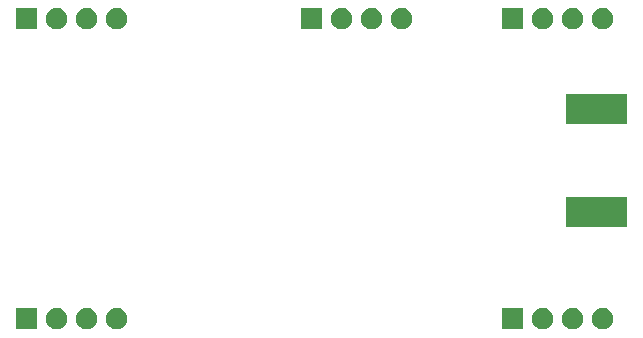
<source format=gbr>
G04 #@! TF.GenerationSoftware,KiCad,Pcbnew,5.1.5+dfsg1-2build2*
G04 #@! TF.CreationDate,2021-08-06T08:48:34-05:00*
G04 #@! TF.ProjectId,gpsdo,67707364-6f2e-46b6-9963-61645f706362,rev?*
G04 #@! TF.SameCoordinates,Original*
G04 #@! TF.FileFunction,Soldermask,Bot*
G04 #@! TF.FilePolarity,Negative*
%FSLAX46Y46*%
G04 Gerber Fmt 4.6, Leading zero omitted, Abs format (unit mm)*
G04 Created by KiCad (PCBNEW 5.1.5+dfsg1-2build2) date 2021-08-06 08:48:34*
%MOMM*%
%LPD*%
G04 APERTURE LIST*
%ADD10C,0.100000*%
G04 APERTURE END LIST*
D10*
G36*
X96633512Y-52443927D02*
G01*
X96782812Y-52473624D01*
X96946784Y-52541544D01*
X97094354Y-52640147D01*
X97219853Y-52765646D01*
X97318456Y-52913216D01*
X97386376Y-53077188D01*
X97421000Y-53251259D01*
X97421000Y-53428741D01*
X97386376Y-53602812D01*
X97318456Y-53766784D01*
X97219853Y-53914354D01*
X97094354Y-54039853D01*
X96946784Y-54138456D01*
X96782812Y-54206376D01*
X96633512Y-54236073D01*
X96608742Y-54241000D01*
X96431258Y-54241000D01*
X96406488Y-54236073D01*
X96257188Y-54206376D01*
X96093216Y-54138456D01*
X95945646Y-54039853D01*
X95820147Y-53914354D01*
X95721544Y-53766784D01*
X95653624Y-53602812D01*
X95619000Y-53428741D01*
X95619000Y-53251259D01*
X95653624Y-53077188D01*
X95721544Y-52913216D01*
X95820147Y-52765646D01*
X95945646Y-52640147D01*
X96093216Y-52541544D01*
X96257188Y-52473624D01*
X96406488Y-52443927D01*
X96431258Y-52439000D01*
X96608742Y-52439000D01*
X96633512Y-52443927D01*
G37*
G36*
X94093512Y-52443927D02*
G01*
X94242812Y-52473624D01*
X94406784Y-52541544D01*
X94554354Y-52640147D01*
X94679853Y-52765646D01*
X94778456Y-52913216D01*
X94846376Y-53077188D01*
X94881000Y-53251259D01*
X94881000Y-53428741D01*
X94846376Y-53602812D01*
X94778456Y-53766784D01*
X94679853Y-53914354D01*
X94554354Y-54039853D01*
X94406784Y-54138456D01*
X94242812Y-54206376D01*
X94093512Y-54236073D01*
X94068742Y-54241000D01*
X93891258Y-54241000D01*
X93866488Y-54236073D01*
X93717188Y-54206376D01*
X93553216Y-54138456D01*
X93405646Y-54039853D01*
X93280147Y-53914354D01*
X93181544Y-53766784D01*
X93113624Y-53602812D01*
X93079000Y-53428741D01*
X93079000Y-53251259D01*
X93113624Y-53077188D01*
X93181544Y-52913216D01*
X93280147Y-52765646D01*
X93405646Y-52640147D01*
X93553216Y-52541544D01*
X93717188Y-52473624D01*
X93866488Y-52443927D01*
X93891258Y-52439000D01*
X94068742Y-52439000D01*
X94093512Y-52443927D01*
G37*
G36*
X92341000Y-54241000D02*
G01*
X90539000Y-54241000D01*
X90539000Y-52439000D01*
X92341000Y-52439000D01*
X92341000Y-54241000D01*
G37*
G36*
X58025512Y-52443927D02*
G01*
X58174812Y-52473624D01*
X58338784Y-52541544D01*
X58486354Y-52640147D01*
X58611853Y-52765646D01*
X58710456Y-52913216D01*
X58778376Y-53077188D01*
X58813000Y-53251259D01*
X58813000Y-53428741D01*
X58778376Y-53602812D01*
X58710456Y-53766784D01*
X58611853Y-53914354D01*
X58486354Y-54039853D01*
X58338784Y-54138456D01*
X58174812Y-54206376D01*
X58025512Y-54236073D01*
X58000742Y-54241000D01*
X57823258Y-54241000D01*
X57798488Y-54236073D01*
X57649188Y-54206376D01*
X57485216Y-54138456D01*
X57337646Y-54039853D01*
X57212147Y-53914354D01*
X57113544Y-53766784D01*
X57045624Y-53602812D01*
X57011000Y-53428741D01*
X57011000Y-53251259D01*
X57045624Y-53077188D01*
X57113544Y-52913216D01*
X57212147Y-52765646D01*
X57337646Y-52640147D01*
X57485216Y-52541544D01*
X57649188Y-52473624D01*
X57798488Y-52443927D01*
X57823258Y-52439000D01*
X58000742Y-52439000D01*
X58025512Y-52443927D01*
G37*
G36*
X55485512Y-52443927D02*
G01*
X55634812Y-52473624D01*
X55798784Y-52541544D01*
X55946354Y-52640147D01*
X56071853Y-52765646D01*
X56170456Y-52913216D01*
X56238376Y-53077188D01*
X56273000Y-53251259D01*
X56273000Y-53428741D01*
X56238376Y-53602812D01*
X56170456Y-53766784D01*
X56071853Y-53914354D01*
X55946354Y-54039853D01*
X55798784Y-54138456D01*
X55634812Y-54206376D01*
X55485512Y-54236073D01*
X55460742Y-54241000D01*
X55283258Y-54241000D01*
X55258488Y-54236073D01*
X55109188Y-54206376D01*
X54945216Y-54138456D01*
X54797646Y-54039853D01*
X54672147Y-53914354D01*
X54573544Y-53766784D01*
X54505624Y-53602812D01*
X54471000Y-53428741D01*
X54471000Y-53251259D01*
X54505624Y-53077188D01*
X54573544Y-52913216D01*
X54672147Y-52765646D01*
X54797646Y-52640147D01*
X54945216Y-52541544D01*
X55109188Y-52473624D01*
X55258488Y-52443927D01*
X55283258Y-52439000D01*
X55460742Y-52439000D01*
X55485512Y-52443927D01*
G37*
G36*
X52945512Y-52443927D02*
G01*
X53094812Y-52473624D01*
X53258784Y-52541544D01*
X53406354Y-52640147D01*
X53531853Y-52765646D01*
X53630456Y-52913216D01*
X53698376Y-53077188D01*
X53733000Y-53251259D01*
X53733000Y-53428741D01*
X53698376Y-53602812D01*
X53630456Y-53766784D01*
X53531853Y-53914354D01*
X53406354Y-54039853D01*
X53258784Y-54138456D01*
X53094812Y-54206376D01*
X52945512Y-54236073D01*
X52920742Y-54241000D01*
X52743258Y-54241000D01*
X52718488Y-54236073D01*
X52569188Y-54206376D01*
X52405216Y-54138456D01*
X52257646Y-54039853D01*
X52132147Y-53914354D01*
X52033544Y-53766784D01*
X51965624Y-53602812D01*
X51931000Y-53428741D01*
X51931000Y-53251259D01*
X51965624Y-53077188D01*
X52033544Y-52913216D01*
X52132147Y-52765646D01*
X52257646Y-52640147D01*
X52405216Y-52541544D01*
X52569188Y-52473624D01*
X52718488Y-52443927D01*
X52743258Y-52439000D01*
X52920742Y-52439000D01*
X52945512Y-52443927D01*
G37*
G36*
X51193000Y-54241000D02*
G01*
X49391000Y-54241000D01*
X49391000Y-52439000D01*
X51193000Y-52439000D01*
X51193000Y-54241000D01*
G37*
G36*
X99173512Y-52443927D02*
G01*
X99322812Y-52473624D01*
X99486784Y-52541544D01*
X99634354Y-52640147D01*
X99759853Y-52765646D01*
X99858456Y-52913216D01*
X99926376Y-53077188D01*
X99961000Y-53251259D01*
X99961000Y-53428741D01*
X99926376Y-53602812D01*
X99858456Y-53766784D01*
X99759853Y-53914354D01*
X99634354Y-54039853D01*
X99486784Y-54138456D01*
X99322812Y-54206376D01*
X99173512Y-54236073D01*
X99148742Y-54241000D01*
X98971258Y-54241000D01*
X98946488Y-54236073D01*
X98797188Y-54206376D01*
X98633216Y-54138456D01*
X98485646Y-54039853D01*
X98360147Y-53914354D01*
X98261544Y-53766784D01*
X98193624Y-53602812D01*
X98159000Y-53428741D01*
X98159000Y-53251259D01*
X98193624Y-53077188D01*
X98261544Y-52913216D01*
X98360147Y-52765646D01*
X98485646Y-52640147D01*
X98633216Y-52541544D01*
X98797188Y-52473624D01*
X98946488Y-52443927D01*
X98971258Y-52439000D01*
X99148742Y-52439000D01*
X99173512Y-52443927D01*
G37*
G36*
X101143000Y-45586000D02*
G01*
X95961000Y-45586000D01*
X95961000Y-43064000D01*
X101143000Y-43064000D01*
X101143000Y-45586000D01*
G37*
G36*
X101143000Y-36826000D02*
G01*
X95961000Y-36826000D01*
X95961000Y-34304000D01*
X101143000Y-34304000D01*
X101143000Y-36826000D01*
G37*
G36*
X75323000Y-28841000D02*
G01*
X73521000Y-28841000D01*
X73521000Y-27039000D01*
X75323000Y-27039000D01*
X75323000Y-28841000D01*
G37*
G36*
X79615512Y-27043927D02*
G01*
X79764812Y-27073624D01*
X79928784Y-27141544D01*
X80076354Y-27240147D01*
X80201853Y-27365646D01*
X80300456Y-27513216D01*
X80368376Y-27677188D01*
X80403000Y-27851259D01*
X80403000Y-28028741D01*
X80368376Y-28202812D01*
X80300456Y-28366784D01*
X80201853Y-28514354D01*
X80076354Y-28639853D01*
X79928784Y-28738456D01*
X79764812Y-28806376D01*
X79615512Y-28836073D01*
X79590742Y-28841000D01*
X79413258Y-28841000D01*
X79388488Y-28836073D01*
X79239188Y-28806376D01*
X79075216Y-28738456D01*
X78927646Y-28639853D01*
X78802147Y-28514354D01*
X78703544Y-28366784D01*
X78635624Y-28202812D01*
X78601000Y-28028741D01*
X78601000Y-27851259D01*
X78635624Y-27677188D01*
X78703544Y-27513216D01*
X78802147Y-27365646D01*
X78927646Y-27240147D01*
X79075216Y-27141544D01*
X79239188Y-27073624D01*
X79388488Y-27043927D01*
X79413258Y-27039000D01*
X79590742Y-27039000D01*
X79615512Y-27043927D01*
G37*
G36*
X82155512Y-27043927D02*
G01*
X82304812Y-27073624D01*
X82468784Y-27141544D01*
X82616354Y-27240147D01*
X82741853Y-27365646D01*
X82840456Y-27513216D01*
X82908376Y-27677188D01*
X82943000Y-27851259D01*
X82943000Y-28028741D01*
X82908376Y-28202812D01*
X82840456Y-28366784D01*
X82741853Y-28514354D01*
X82616354Y-28639853D01*
X82468784Y-28738456D01*
X82304812Y-28806376D01*
X82155512Y-28836073D01*
X82130742Y-28841000D01*
X81953258Y-28841000D01*
X81928488Y-28836073D01*
X81779188Y-28806376D01*
X81615216Y-28738456D01*
X81467646Y-28639853D01*
X81342147Y-28514354D01*
X81243544Y-28366784D01*
X81175624Y-28202812D01*
X81141000Y-28028741D01*
X81141000Y-27851259D01*
X81175624Y-27677188D01*
X81243544Y-27513216D01*
X81342147Y-27365646D01*
X81467646Y-27240147D01*
X81615216Y-27141544D01*
X81779188Y-27073624D01*
X81928488Y-27043927D01*
X81953258Y-27039000D01*
X82130742Y-27039000D01*
X82155512Y-27043927D01*
G37*
G36*
X92341000Y-28841000D02*
G01*
X90539000Y-28841000D01*
X90539000Y-27039000D01*
X92341000Y-27039000D01*
X92341000Y-28841000D01*
G37*
G36*
X94093512Y-27043927D02*
G01*
X94242812Y-27073624D01*
X94406784Y-27141544D01*
X94554354Y-27240147D01*
X94679853Y-27365646D01*
X94778456Y-27513216D01*
X94846376Y-27677188D01*
X94881000Y-27851259D01*
X94881000Y-28028741D01*
X94846376Y-28202812D01*
X94778456Y-28366784D01*
X94679853Y-28514354D01*
X94554354Y-28639853D01*
X94406784Y-28738456D01*
X94242812Y-28806376D01*
X94093512Y-28836073D01*
X94068742Y-28841000D01*
X93891258Y-28841000D01*
X93866488Y-28836073D01*
X93717188Y-28806376D01*
X93553216Y-28738456D01*
X93405646Y-28639853D01*
X93280147Y-28514354D01*
X93181544Y-28366784D01*
X93113624Y-28202812D01*
X93079000Y-28028741D01*
X93079000Y-27851259D01*
X93113624Y-27677188D01*
X93181544Y-27513216D01*
X93280147Y-27365646D01*
X93405646Y-27240147D01*
X93553216Y-27141544D01*
X93717188Y-27073624D01*
X93866488Y-27043927D01*
X93891258Y-27039000D01*
X94068742Y-27039000D01*
X94093512Y-27043927D01*
G37*
G36*
X96633512Y-27043927D02*
G01*
X96782812Y-27073624D01*
X96946784Y-27141544D01*
X97094354Y-27240147D01*
X97219853Y-27365646D01*
X97318456Y-27513216D01*
X97386376Y-27677188D01*
X97421000Y-27851259D01*
X97421000Y-28028741D01*
X97386376Y-28202812D01*
X97318456Y-28366784D01*
X97219853Y-28514354D01*
X97094354Y-28639853D01*
X96946784Y-28738456D01*
X96782812Y-28806376D01*
X96633512Y-28836073D01*
X96608742Y-28841000D01*
X96431258Y-28841000D01*
X96406488Y-28836073D01*
X96257188Y-28806376D01*
X96093216Y-28738456D01*
X95945646Y-28639853D01*
X95820147Y-28514354D01*
X95721544Y-28366784D01*
X95653624Y-28202812D01*
X95619000Y-28028741D01*
X95619000Y-27851259D01*
X95653624Y-27677188D01*
X95721544Y-27513216D01*
X95820147Y-27365646D01*
X95945646Y-27240147D01*
X96093216Y-27141544D01*
X96257188Y-27073624D01*
X96406488Y-27043927D01*
X96431258Y-27039000D01*
X96608742Y-27039000D01*
X96633512Y-27043927D01*
G37*
G36*
X99173512Y-27043927D02*
G01*
X99322812Y-27073624D01*
X99486784Y-27141544D01*
X99634354Y-27240147D01*
X99759853Y-27365646D01*
X99858456Y-27513216D01*
X99926376Y-27677188D01*
X99961000Y-27851259D01*
X99961000Y-28028741D01*
X99926376Y-28202812D01*
X99858456Y-28366784D01*
X99759853Y-28514354D01*
X99634354Y-28639853D01*
X99486784Y-28738456D01*
X99322812Y-28806376D01*
X99173512Y-28836073D01*
X99148742Y-28841000D01*
X98971258Y-28841000D01*
X98946488Y-28836073D01*
X98797188Y-28806376D01*
X98633216Y-28738456D01*
X98485646Y-28639853D01*
X98360147Y-28514354D01*
X98261544Y-28366784D01*
X98193624Y-28202812D01*
X98159000Y-28028741D01*
X98159000Y-27851259D01*
X98193624Y-27677188D01*
X98261544Y-27513216D01*
X98360147Y-27365646D01*
X98485646Y-27240147D01*
X98633216Y-27141544D01*
X98797188Y-27073624D01*
X98946488Y-27043927D01*
X98971258Y-27039000D01*
X99148742Y-27039000D01*
X99173512Y-27043927D01*
G37*
G36*
X58025512Y-27043927D02*
G01*
X58174812Y-27073624D01*
X58338784Y-27141544D01*
X58486354Y-27240147D01*
X58611853Y-27365646D01*
X58710456Y-27513216D01*
X58778376Y-27677188D01*
X58813000Y-27851259D01*
X58813000Y-28028741D01*
X58778376Y-28202812D01*
X58710456Y-28366784D01*
X58611853Y-28514354D01*
X58486354Y-28639853D01*
X58338784Y-28738456D01*
X58174812Y-28806376D01*
X58025512Y-28836073D01*
X58000742Y-28841000D01*
X57823258Y-28841000D01*
X57798488Y-28836073D01*
X57649188Y-28806376D01*
X57485216Y-28738456D01*
X57337646Y-28639853D01*
X57212147Y-28514354D01*
X57113544Y-28366784D01*
X57045624Y-28202812D01*
X57011000Y-28028741D01*
X57011000Y-27851259D01*
X57045624Y-27677188D01*
X57113544Y-27513216D01*
X57212147Y-27365646D01*
X57337646Y-27240147D01*
X57485216Y-27141544D01*
X57649188Y-27073624D01*
X57798488Y-27043927D01*
X57823258Y-27039000D01*
X58000742Y-27039000D01*
X58025512Y-27043927D01*
G37*
G36*
X55485512Y-27043927D02*
G01*
X55634812Y-27073624D01*
X55798784Y-27141544D01*
X55946354Y-27240147D01*
X56071853Y-27365646D01*
X56170456Y-27513216D01*
X56238376Y-27677188D01*
X56273000Y-27851259D01*
X56273000Y-28028741D01*
X56238376Y-28202812D01*
X56170456Y-28366784D01*
X56071853Y-28514354D01*
X55946354Y-28639853D01*
X55798784Y-28738456D01*
X55634812Y-28806376D01*
X55485512Y-28836073D01*
X55460742Y-28841000D01*
X55283258Y-28841000D01*
X55258488Y-28836073D01*
X55109188Y-28806376D01*
X54945216Y-28738456D01*
X54797646Y-28639853D01*
X54672147Y-28514354D01*
X54573544Y-28366784D01*
X54505624Y-28202812D01*
X54471000Y-28028741D01*
X54471000Y-27851259D01*
X54505624Y-27677188D01*
X54573544Y-27513216D01*
X54672147Y-27365646D01*
X54797646Y-27240147D01*
X54945216Y-27141544D01*
X55109188Y-27073624D01*
X55258488Y-27043927D01*
X55283258Y-27039000D01*
X55460742Y-27039000D01*
X55485512Y-27043927D01*
G37*
G36*
X52945512Y-27043927D02*
G01*
X53094812Y-27073624D01*
X53258784Y-27141544D01*
X53406354Y-27240147D01*
X53531853Y-27365646D01*
X53630456Y-27513216D01*
X53698376Y-27677188D01*
X53733000Y-27851259D01*
X53733000Y-28028741D01*
X53698376Y-28202812D01*
X53630456Y-28366784D01*
X53531853Y-28514354D01*
X53406354Y-28639853D01*
X53258784Y-28738456D01*
X53094812Y-28806376D01*
X52945512Y-28836073D01*
X52920742Y-28841000D01*
X52743258Y-28841000D01*
X52718488Y-28836073D01*
X52569188Y-28806376D01*
X52405216Y-28738456D01*
X52257646Y-28639853D01*
X52132147Y-28514354D01*
X52033544Y-28366784D01*
X51965624Y-28202812D01*
X51931000Y-28028741D01*
X51931000Y-27851259D01*
X51965624Y-27677188D01*
X52033544Y-27513216D01*
X52132147Y-27365646D01*
X52257646Y-27240147D01*
X52405216Y-27141544D01*
X52569188Y-27073624D01*
X52718488Y-27043927D01*
X52743258Y-27039000D01*
X52920742Y-27039000D01*
X52945512Y-27043927D01*
G37*
G36*
X51193000Y-28841000D02*
G01*
X49391000Y-28841000D01*
X49391000Y-27039000D01*
X51193000Y-27039000D01*
X51193000Y-28841000D01*
G37*
G36*
X77075512Y-27043927D02*
G01*
X77224812Y-27073624D01*
X77388784Y-27141544D01*
X77536354Y-27240147D01*
X77661853Y-27365646D01*
X77760456Y-27513216D01*
X77828376Y-27677188D01*
X77863000Y-27851259D01*
X77863000Y-28028741D01*
X77828376Y-28202812D01*
X77760456Y-28366784D01*
X77661853Y-28514354D01*
X77536354Y-28639853D01*
X77388784Y-28738456D01*
X77224812Y-28806376D01*
X77075512Y-28836073D01*
X77050742Y-28841000D01*
X76873258Y-28841000D01*
X76848488Y-28836073D01*
X76699188Y-28806376D01*
X76535216Y-28738456D01*
X76387646Y-28639853D01*
X76262147Y-28514354D01*
X76163544Y-28366784D01*
X76095624Y-28202812D01*
X76061000Y-28028741D01*
X76061000Y-27851259D01*
X76095624Y-27677188D01*
X76163544Y-27513216D01*
X76262147Y-27365646D01*
X76387646Y-27240147D01*
X76535216Y-27141544D01*
X76699188Y-27073624D01*
X76848488Y-27043927D01*
X76873258Y-27039000D01*
X77050742Y-27039000D01*
X77075512Y-27043927D01*
G37*
M02*

</source>
